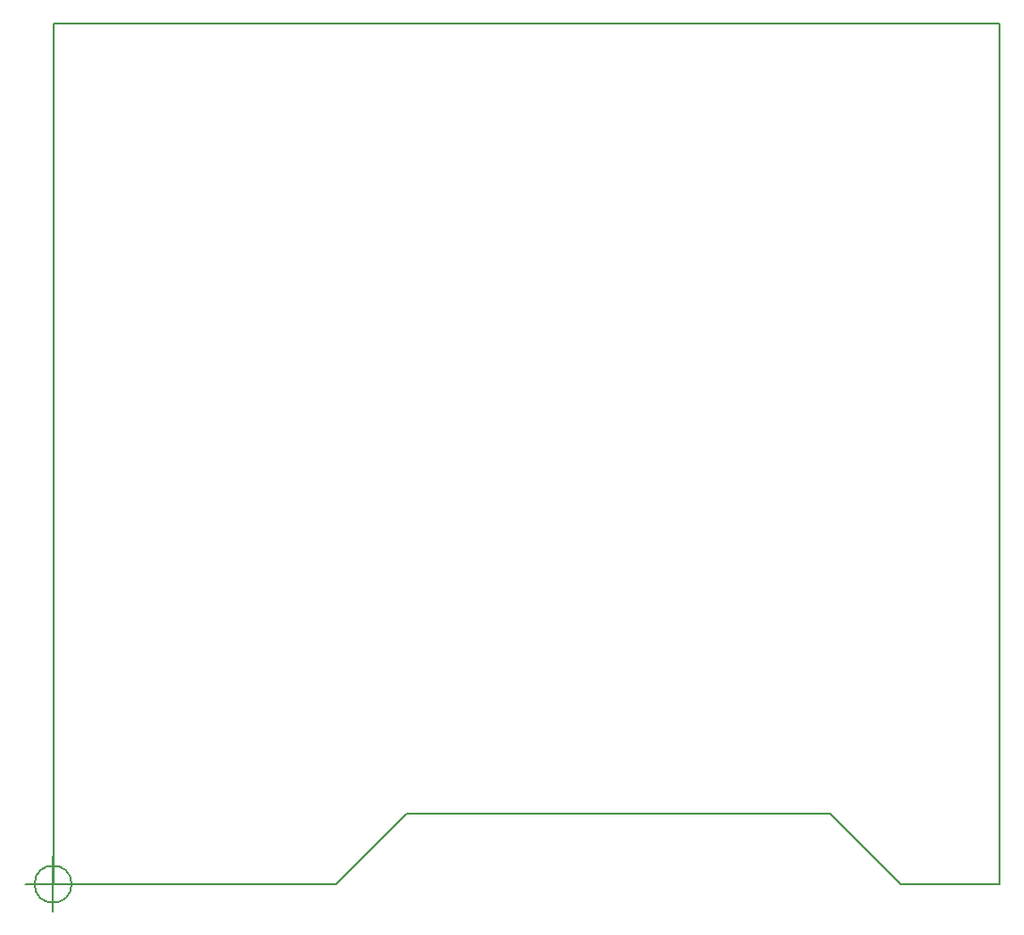
<source format=gbr>
G04 #@! TF.GenerationSoftware,KiCad,Pcbnew,(5.1.4-0-10_14)*
G04 #@! TF.CreationDate,2019-11-14T11:18:41+01:00*
G04 #@! TF.ProjectId,MEGA IO,4d454741-2049-44f2-9e6b-696361645f70,-*
G04 #@! TF.SameCoordinates,Original*
G04 #@! TF.FileFunction,Profile,NP*
%FSLAX46Y46*%
G04 Gerber Fmt 4.6, Leading zero omitted, Abs format (unit mm)*
G04 Created by KiCad (PCBNEW (5.1.4-0-10_14)) date 2019-11-14 11:18:41*
%MOMM*%
%LPD*%
G04 APERTURE LIST*
%ADD10C,0.150000*%
G04 APERTURE END LIST*
D10*
X146050000Y-124206000D02*
X144780000Y-125476000D01*
X184150000Y-124206000D02*
X146050000Y-124206000D01*
X190500000Y-130556000D02*
X184150000Y-124206000D01*
X199390000Y-130556000D02*
X190500000Y-130556000D01*
X144780000Y-125476000D02*
X139700000Y-130556000D01*
X139700000Y-130556000D02*
X114300000Y-130556000D01*
X114300000Y-53086000D02*
X114300000Y-130556000D01*
X199390000Y-53086000D02*
X114300000Y-53086000D01*
X199390000Y-130556000D02*
X199390000Y-53086000D01*
X115937160Y-130569687D02*
G75*
G03X115937160Y-130569687I-1666666J0D01*
G01*
X111770494Y-130569687D02*
X116770494Y-130569687D01*
X114270494Y-128069687D02*
X114270494Y-133069687D01*
M02*

</source>
